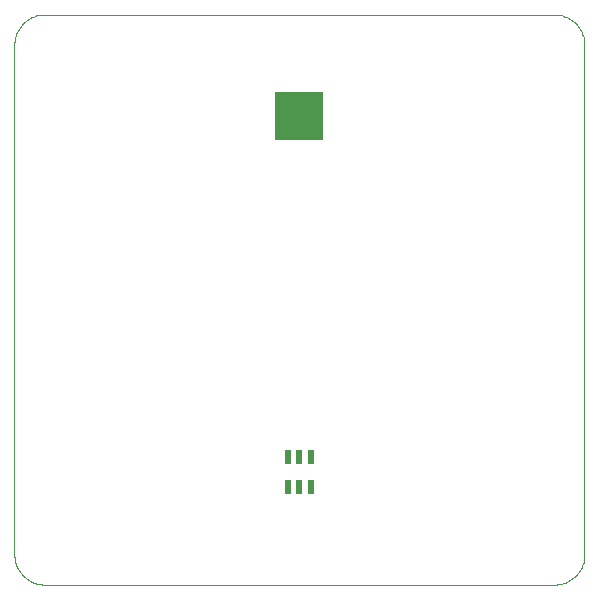
<source format=gtp>
G75*
G70*
%OFA0B0*%
%FSLAX24Y24*%
%IPPOS*%
%LPD*%
%AMOC8*
5,1,8,0,0,1.08239X$1,22.5*
%
%ADD10C,0.0010*%
%ADD11R,0.0217X0.0472*%
%ADD12R,0.1600X0.1600*%
D10*
X000131Y001111D02*
X000131Y018111D01*
X000133Y018171D01*
X000138Y018232D01*
X000147Y018291D01*
X000160Y018350D01*
X000176Y018409D01*
X000196Y018466D01*
X000219Y018521D01*
X000246Y018576D01*
X000275Y018628D01*
X000308Y018679D01*
X000344Y018728D01*
X000382Y018774D01*
X000424Y018818D01*
X000468Y018860D01*
X000514Y018898D01*
X000563Y018934D01*
X000614Y018967D01*
X000666Y018996D01*
X000721Y019023D01*
X000776Y019046D01*
X000833Y019066D01*
X000892Y019082D01*
X000951Y019095D01*
X001010Y019104D01*
X001071Y019109D01*
X001131Y019111D01*
X018131Y019111D01*
X018191Y019109D01*
X018252Y019104D01*
X018311Y019095D01*
X018370Y019082D01*
X018429Y019066D01*
X018486Y019046D01*
X018541Y019023D01*
X018596Y018996D01*
X018648Y018967D01*
X018699Y018934D01*
X018748Y018898D01*
X018794Y018860D01*
X018838Y018818D01*
X018880Y018774D01*
X018918Y018728D01*
X018954Y018679D01*
X018987Y018628D01*
X019016Y018576D01*
X019043Y018521D01*
X019066Y018466D01*
X019086Y018409D01*
X019102Y018350D01*
X019115Y018291D01*
X019124Y018232D01*
X019129Y018171D01*
X019131Y018111D01*
X019131Y001111D01*
X019129Y001051D01*
X019124Y000990D01*
X019115Y000931D01*
X019102Y000872D01*
X019086Y000813D01*
X019066Y000756D01*
X019043Y000701D01*
X019016Y000646D01*
X018987Y000594D01*
X018954Y000543D01*
X018918Y000494D01*
X018880Y000448D01*
X018838Y000404D01*
X018794Y000362D01*
X018748Y000324D01*
X018699Y000288D01*
X018648Y000255D01*
X018596Y000226D01*
X018541Y000199D01*
X018486Y000176D01*
X018429Y000156D01*
X018370Y000140D01*
X018311Y000127D01*
X018252Y000118D01*
X018191Y000113D01*
X018131Y000111D01*
X001131Y000111D01*
X001071Y000113D01*
X001010Y000118D01*
X000951Y000127D01*
X000892Y000140D01*
X000833Y000156D01*
X000776Y000176D01*
X000721Y000199D01*
X000666Y000226D01*
X000614Y000255D01*
X000563Y000288D01*
X000514Y000324D01*
X000468Y000362D01*
X000424Y000404D01*
X000382Y000448D01*
X000344Y000494D01*
X000308Y000543D01*
X000275Y000594D01*
X000246Y000646D01*
X000219Y000701D01*
X000196Y000756D01*
X000176Y000813D01*
X000160Y000872D01*
X000147Y000931D01*
X000138Y000990D01*
X000133Y001051D01*
X000131Y001111D01*
D11*
X009257Y003349D03*
X009631Y003349D03*
X010005Y003349D03*
X010005Y004373D03*
X009631Y004373D03*
X009257Y004373D03*
D12*
X009631Y015736D03*
M02*

</source>
